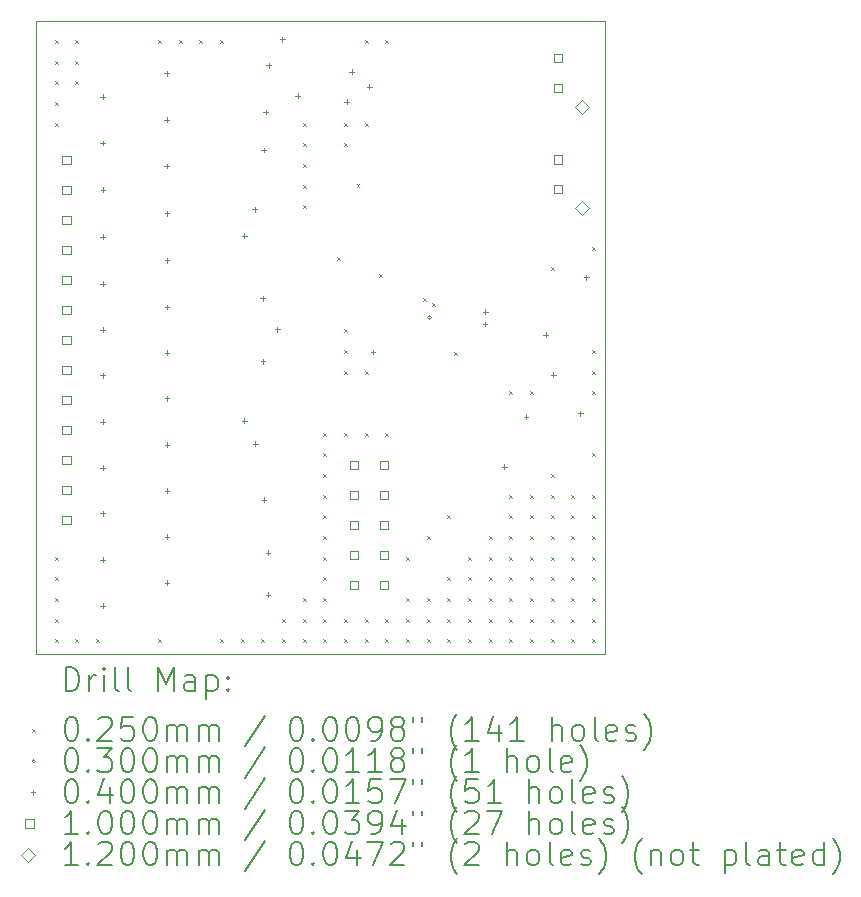
<source format=gbr>
%TF.GenerationSoftware,KiCad,Pcbnew,(6.0.11)*%
%TF.CreationDate,2023-07-31T18:42:22+10:00*%
%TF.ProjectId,LVBMS_A_Sample_R2,4c56424d-535f-4415-9f53-616d706c655f,1*%
%TF.SameCoordinates,Original*%
%TF.FileFunction,Drillmap*%
%TF.FilePolarity,Positive*%
%FSLAX45Y45*%
G04 Gerber Fmt 4.5, Leading zero omitted, Abs format (unit mm)*
G04 Created by KiCad (PCBNEW (6.0.11)) date 2023-07-31 18:42:22*
%MOMM*%
%LPD*%
G01*
G04 APERTURE LIST*
%ADD10C,0.100000*%
%ADD11C,0.200000*%
%ADD12C,0.025000*%
%ADD13C,0.030000*%
%ADD14C,0.040000*%
%ADD15C,0.120000*%
G04 APERTURE END LIST*
D10*
X12512040Y-11861800D02*
X17332960Y-11861800D01*
X17332960Y-11861800D02*
X17332960Y-6507480D01*
X17332960Y-6507480D02*
X12512040Y-6507480D01*
X12512040Y-6507480D02*
X12512040Y-11861800D01*
D11*
D12*
X12669540Y-6664980D02*
X12694540Y-6689980D01*
X12694540Y-6664980D02*
X12669540Y-6689980D01*
X12669540Y-6839980D02*
X12694540Y-6864980D01*
X12694540Y-6839980D02*
X12669540Y-6864980D01*
X12669540Y-7014980D02*
X12694540Y-7039980D01*
X12694540Y-7014980D02*
X12669540Y-7039980D01*
X12669540Y-7189980D02*
X12694540Y-7214980D01*
X12694540Y-7189980D02*
X12669540Y-7214980D01*
X12669540Y-7364980D02*
X12694540Y-7389980D01*
X12694540Y-7364980D02*
X12669540Y-7389980D01*
X12669540Y-11039980D02*
X12694540Y-11064980D01*
X12694540Y-11039980D02*
X12669540Y-11064980D01*
X12669540Y-11214980D02*
X12694540Y-11239980D01*
X12694540Y-11214980D02*
X12669540Y-11239980D01*
X12669540Y-11389980D02*
X12694540Y-11414980D01*
X12694540Y-11389980D02*
X12669540Y-11414980D01*
X12669540Y-11564980D02*
X12694540Y-11589980D01*
X12694540Y-11564980D02*
X12669540Y-11589980D01*
X12669540Y-11739980D02*
X12694540Y-11764980D01*
X12694540Y-11739980D02*
X12669540Y-11764980D01*
X12844540Y-6664980D02*
X12869540Y-6689980D01*
X12869540Y-6664980D02*
X12844540Y-6689980D01*
X12844540Y-6839980D02*
X12869540Y-6864980D01*
X12869540Y-6839980D02*
X12844540Y-6864980D01*
X12844540Y-7014980D02*
X12869540Y-7039980D01*
X12869540Y-7014980D02*
X12844540Y-7039980D01*
X12844540Y-11739980D02*
X12869540Y-11764980D01*
X12869540Y-11739980D02*
X12844540Y-11764980D01*
X13019540Y-11739980D02*
X13044540Y-11764980D01*
X13044540Y-11739980D02*
X13019540Y-11764980D01*
X13544540Y-6664980D02*
X13569540Y-6689980D01*
X13569540Y-6664980D02*
X13544540Y-6689980D01*
X13544540Y-11739980D02*
X13569540Y-11764980D01*
X13569540Y-11739980D02*
X13544540Y-11764980D01*
X13719540Y-6664980D02*
X13744540Y-6689980D01*
X13744540Y-6664980D02*
X13719540Y-6689980D01*
X13894540Y-6664980D02*
X13919540Y-6689980D01*
X13919540Y-6664980D02*
X13894540Y-6689980D01*
X14069540Y-6664980D02*
X14094540Y-6689980D01*
X14094540Y-6664980D02*
X14069540Y-6689980D01*
X14069540Y-11739980D02*
X14094540Y-11764980D01*
X14094540Y-11739980D02*
X14069540Y-11764980D01*
X14244540Y-11739980D02*
X14269540Y-11764980D01*
X14269540Y-11739980D02*
X14244540Y-11764980D01*
X14419540Y-11739980D02*
X14444540Y-11764980D01*
X14444540Y-11739980D02*
X14419540Y-11764980D01*
X14594540Y-11564980D02*
X14619540Y-11589980D01*
X14619540Y-11564980D02*
X14594540Y-11589980D01*
X14594540Y-11739980D02*
X14619540Y-11764980D01*
X14619540Y-11739980D02*
X14594540Y-11764980D01*
X14769540Y-7364980D02*
X14794540Y-7389980D01*
X14794540Y-7364980D02*
X14769540Y-7389980D01*
X14769540Y-7539980D02*
X14794540Y-7564980D01*
X14794540Y-7539980D02*
X14769540Y-7564980D01*
X14769540Y-7714980D02*
X14794540Y-7739980D01*
X14794540Y-7714980D02*
X14769540Y-7739980D01*
X14769540Y-7889980D02*
X14794540Y-7914980D01*
X14794540Y-7889980D02*
X14769540Y-7914980D01*
X14769540Y-8064980D02*
X14794540Y-8089980D01*
X14794540Y-8064980D02*
X14769540Y-8089980D01*
X14769540Y-11389980D02*
X14794540Y-11414980D01*
X14794540Y-11389980D02*
X14769540Y-11414980D01*
X14769540Y-11564980D02*
X14794540Y-11589980D01*
X14794540Y-11564980D02*
X14769540Y-11589980D01*
X14769540Y-11739980D02*
X14794540Y-11764980D01*
X14794540Y-11739980D02*
X14769540Y-11764980D01*
X14944540Y-9989980D02*
X14969540Y-10014980D01*
X14969540Y-9989980D02*
X14944540Y-10014980D01*
X14944540Y-10164980D02*
X14969540Y-10189980D01*
X14969540Y-10164980D02*
X14944540Y-10189980D01*
X14944540Y-10339980D02*
X14969540Y-10364980D01*
X14969540Y-10339980D02*
X14944540Y-10364980D01*
X14944540Y-10514980D02*
X14969540Y-10539980D01*
X14969540Y-10514980D02*
X14944540Y-10539980D01*
X14944540Y-10689980D02*
X14969540Y-10714980D01*
X14969540Y-10689980D02*
X14944540Y-10714980D01*
X14944540Y-10864980D02*
X14969540Y-10889980D01*
X14969540Y-10864980D02*
X14944540Y-10889980D01*
X14944540Y-11039980D02*
X14969540Y-11064980D01*
X14969540Y-11039980D02*
X14944540Y-11064980D01*
X14944540Y-11214980D02*
X14969540Y-11239980D01*
X14969540Y-11214980D02*
X14944540Y-11239980D01*
X14944540Y-11389980D02*
X14969540Y-11414980D01*
X14969540Y-11389980D02*
X14944540Y-11414980D01*
X14944540Y-11564980D02*
X14969540Y-11589980D01*
X14969540Y-11564980D02*
X14944540Y-11589980D01*
X14944540Y-11739980D02*
X14969540Y-11764980D01*
X14969540Y-11739980D02*
X14944540Y-11764980D01*
X15063460Y-8503060D02*
X15088460Y-8528060D01*
X15088460Y-8503060D02*
X15063460Y-8528060D01*
X15119540Y-7364980D02*
X15144540Y-7389980D01*
X15144540Y-7364980D02*
X15119540Y-7389980D01*
X15119540Y-7539980D02*
X15144540Y-7564980D01*
X15144540Y-7539980D02*
X15119540Y-7564980D01*
X15119540Y-9114980D02*
X15144540Y-9139980D01*
X15144540Y-9114980D02*
X15119540Y-9139980D01*
X15119540Y-9289980D02*
X15144540Y-9314980D01*
X15144540Y-9289980D02*
X15119540Y-9314980D01*
X15119540Y-9464980D02*
X15144540Y-9489980D01*
X15144540Y-9464980D02*
X15119540Y-9489980D01*
X15119540Y-9989980D02*
X15144540Y-10014980D01*
X15144540Y-9989980D02*
X15119540Y-10014980D01*
X15119540Y-11564980D02*
X15144540Y-11589980D01*
X15144540Y-11564980D02*
X15119540Y-11589980D01*
X15119540Y-11739980D02*
X15144540Y-11764980D01*
X15144540Y-11739980D02*
X15119540Y-11764980D01*
X15225958Y-7886696D02*
X15250958Y-7911696D01*
X15250958Y-7886696D02*
X15225958Y-7911696D01*
X15294540Y-6664980D02*
X15319540Y-6689980D01*
X15319540Y-6664980D02*
X15294540Y-6689980D01*
X15294540Y-7364980D02*
X15319540Y-7389980D01*
X15319540Y-7364980D02*
X15294540Y-7389980D01*
X15294540Y-9464980D02*
X15319540Y-9489980D01*
X15319540Y-9464980D02*
X15294540Y-9489980D01*
X15294540Y-9989980D02*
X15319540Y-10014980D01*
X15319540Y-9989980D02*
X15294540Y-10014980D01*
X15294540Y-11564980D02*
X15319540Y-11589980D01*
X15319540Y-11564980D02*
X15294540Y-11589980D01*
X15294540Y-11739980D02*
X15319540Y-11764980D01*
X15319540Y-11739980D02*
X15294540Y-11764980D01*
X15418000Y-8648900D02*
X15443000Y-8673900D01*
X15443000Y-8648900D02*
X15418000Y-8673900D01*
X15469540Y-6664980D02*
X15494540Y-6689980D01*
X15494540Y-6664980D02*
X15469540Y-6689980D01*
X15469540Y-9989980D02*
X15494540Y-10014980D01*
X15494540Y-9989980D02*
X15469540Y-10014980D01*
X15469540Y-11564980D02*
X15494540Y-11589980D01*
X15494540Y-11564980D02*
X15469540Y-11589980D01*
X15469540Y-11739980D02*
X15494540Y-11764980D01*
X15494540Y-11739980D02*
X15469540Y-11764980D01*
X15644540Y-11039980D02*
X15669540Y-11064980D01*
X15669540Y-11039980D02*
X15644540Y-11064980D01*
X15644540Y-11389980D02*
X15669540Y-11414980D01*
X15669540Y-11389980D02*
X15644540Y-11414980D01*
X15644540Y-11564980D02*
X15669540Y-11589980D01*
X15669540Y-11564980D02*
X15644540Y-11589980D01*
X15644540Y-11739980D02*
X15669540Y-11764980D01*
X15669540Y-11739980D02*
X15644540Y-11764980D01*
X15788840Y-8849560D02*
X15813840Y-8874560D01*
X15813840Y-8849560D02*
X15788840Y-8874560D01*
X15819540Y-10864980D02*
X15844540Y-10889980D01*
X15844540Y-10864980D02*
X15819540Y-10889980D01*
X15819540Y-11389980D02*
X15844540Y-11414980D01*
X15844540Y-11389980D02*
X15819540Y-11414980D01*
X15819540Y-11564980D02*
X15844540Y-11589980D01*
X15844540Y-11564980D02*
X15819540Y-11589980D01*
X15819540Y-11739980D02*
X15844540Y-11764980D01*
X15844540Y-11739980D02*
X15819540Y-11764980D01*
X15862500Y-8895280D02*
X15887500Y-8920280D01*
X15887500Y-8895280D02*
X15862500Y-8920280D01*
X15994540Y-10689980D02*
X16019540Y-10714980D01*
X16019540Y-10689980D02*
X15994540Y-10714980D01*
X15994540Y-11214980D02*
X16019540Y-11239980D01*
X16019540Y-11214980D02*
X15994540Y-11239980D01*
X15994540Y-11389980D02*
X16019540Y-11414980D01*
X16019540Y-11389980D02*
X15994540Y-11414980D01*
X15994540Y-11564980D02*
X16019540Y-11589980D01*
X16019540Y-11564980D02*
X15994540Y-11589980D01*
X15994540Y-11739980D02*
X16019540Y-11764980D01*
X16019540Y-11739980D02*
X15994540Y-11764980D01*
X16050460Y-9309300D02*
X16075460Y-9334300D01*
X16075460Y-9309300D02*
X16050460Y-9334300D01*
X16169540Y-11039980D02*
X16194540Y-11064980D01*
X16194540Y-11039980D02*
X16169540Y-11064980D01*
X16169540Y-11214980D02*
X16194540Y-11239980D01*
X16194540Y-11214980D02*
X16169540Y-11239980D01*
X16169540Y-11389980D02*
X16194540Y-11414980D01*
X16194540Y-11389980D02*
X16169540Y-11414980D01*
X16169540Y-11564980D02*
X16194540Y-11589980D01*
X16194540Y-11564980D02*
X16169540Y-11589980D01*
X16169540Y-11739980D02*
X16194540Y-11764980D01*
X16194540Y-11739980D02*
X16169540Y-11764980D01*
X16344540Y-10864980D02*
X16369540Y-10889980D01*
X16369540Y-10864980D02*
X16344540Y-10889980D01*
X16344540Y-11039980D02*
X16369540Y-11064980D01*
X16369540Y-11039980D02*
X16344540Y-11064980D01*
X16344540Y-11214980D02*
X16369540Y-11239980D01*
X16369540Y-11214980D02*
X16344540Y-11239980D01*
X16344540Y-11389980D02*
X16369540Y-11414980D01*
X16369540Y-11389980D02*
X16344540Y-11414980D01*
X16344540Y-11564980D02*
X16369540Y-11589980D01*
X16369540Y-11564980D02*
X16344540Y-11589980D01*
X16344540Y-11739980D02*
X16369540Y-11764980D01*
X16369540Y-11739980D02*
X16344540Y-11764980D01*
X16519540Y-9639980D02*
X16544540Y-9664980D01*
X16544540Y-9639980D02*
X16519540Y-9664980D01*
X16519540Y-10514980D02*
X16544540Y-10539980D01*
X16544540Y-10514980D02*
X16519540Y-10539980D01*
X16519540Y-10689980D02*
X16544540Y-10714980D01*
X16544540Y-10689980D02*
X16519540Y-10714980D01*
X16519540Y-10864980D02*
X16544540Y-10889980D01*
X16544540Y-10864980D02*
X16519540Y-10889980D01*
X16519540Y-11039980D02*
X16544540Y-11064980D01*
X16544540Y-11039980D02*
X16519540Y-11064980D01*
X16519540Y-11214980D02*
X16544540Y-11239980D01*
X16544540Y-11214980D02*
X16519540Y-11239980D01*
X16519540Y-11389980D02*
X16544540Y-11414980D01*
X16544540Y-11389980D02*
X16519540Y-11414980D01*
X16519540Y-11564980D02*
X16544540Y-11589980D01*
X16544540Y-11564980D02*
X16519540Y-11589980D01*
X16519540Y-11739980D02*
X16544540Y-11764980D01*
X16544540Y-11739980D02*
X16519540Y-11764980D01*
X16694540Y-9639980D02*
X16719540Y-9664980D01*
X16719540Y-9639980D02*
X16694540Y-9664980D01*
X16694540Y-10514980D02*
X16719540Y-10539980D01*
X16719540Y-10514980D02*
X16694540Y-10539980D01*
X16694540Y-10689980D02*
X16719540Y-10714980D01*
X16719540Y-10689980D02*
X16694540Y-10714980D01*
X16694540Y-10864980D02*
X16719540Y-10889980D01*
X16719540Y-10864980D02*
X16694540Y-10889980D01*
X16694540Y-11039980D02*
X16719540Y-11064980D01*
X16719540Y-11039980D02*
X16694540Y-11064980D01*
X16694540Y-11214980D02*
X16719540Y-11239980D01*
X16719540Y-11214980D02*
X16694540Y-11239980D01*
X16694540Y-11389980D02*
X16719540Y-11414980D01*
X16719540Y-11389980D02*
X16694540Y-11414980D01*
X16694540Y-11564980D02*
X16719540Y-11589980D01*
X16719540Y-11564980D02*
X16694540Y-11589980D01*
X16694540Y-11739980D02*
X16719540Y-11764980D01*
X16719540Y-11739980D02*
X16694540Y-11764980D01*
X16869540Y-8589980D02*
X16894540Y-8614980D01*
X16894540Y-8589980D02*
X16869540Y-8614980D01*
X16869540Y-10339980D02*
X16894540Y-10364980D01*
X16894540Y-10339980D02*
X16869540Y-10364980D01*
X16869540Y-10514980D02*
X16894540Y-10539980D01*
X16894540Y-10514980D02*
X16869540Y-10539980D01*
X16869540Y-10689980D02*
X16894540Y-10714980D01*
X16894540Y-10689980D02*
X16869540Y-10714980D01*
X16869540Y-10864980D02*
X16894540Y-10889980D01*
X16894540Y-10864980D02*
X16869540Y-10889980D01*
X16869540Y-11039980D02*
X16894540Y-11064980D01*
X16894540Y-11039980D02*
X16869540Y-11064980D01*
X16869540Y-11214980D02*
X16894540Y-11239980D01*
X16894540Y-11214980D02*
X16869540Y-11239980D01*
X16869540Y-11389980D02*
X16894540Y-11414980D01*
X16894540Y-11389980D02*
X16869540Y-11414980D01*
X16869540Y-11564980D02*
X16894540Y-11589980D01*
X16894540Y-11564980D02*
X16869540Y-11589980D01*
X16869540Y-11739980D02*
X16894540Y-11764980D01*
X16894540Y-11739980D02*
X16869540Y-11764980D01*
X17044540Y-10514980D02*
X17069540Y-10539980D01*
X17069540Y-10514980D02*
X17044540Y-10539980D01*
X17044540Y-10689980D02*
X17069540Y-10714980D01*
X17069540Y-10689980D02*
X17044540Y-10714980D01*
X17044540Y-10864980D02*
X17069540Y-10889980D01*
X17069540Y-10864980D02*
X17044540Y-10889980D01*
X17044540Y-11039980D02*
X17069540Y-11064980D01*
X17069540Y-11039980D02*
X17044540Y-11064980D01*
X17044540Y-11214980D02*
X17069540Y-11239980D01*
X17069540Y-11214980D02*
X17044540Y-11239980D01*
X17044540Y-11389980D02*
X17069540Y-11414980D01*
X17069540Y-11389980D02*
X17044540Y-11414980D01*
X17044540Y-11564980D02*
X17069540Y-11589980D01*
X17069540Y-11564980D02*
X17044540Y-11589980D01*
X17044540Y-11739980D02*
X17069540Y-11764980D01*
X17069540Y-11739980D02*
X17044540Y-11764980D01*
X17219540Y-8414980D02*
X17244540Y-8439980D01*
X17244540Y-8414980D02*
X17219540Y-8439980D01*
X17219540Y-9289980D02*
X17244540Y-9314980D01*
X17244540Y-9289980D02*
X17219540Y-9314980D01*
X17219540Y-9464980D02*
X17244540Y-9489980D01*
X17244540Y-9464980D02*
X17219540Y-9489980D01*
X17219540Y-9639980D02*
X17244540Y-9664980D01*
X17244540Y-9639980D02*
X17219540Y-9664980D01*
X17219540Y-10164980D02*
X17244540Y-10189980D01*
X17244540Y-10164980D02*
X17219540Y-10189980D01*
X17219540Y-10514980D02*
X17244540Y-10539980D01*
X17244540Y-10514980D02*
X17219540Y-10539980D01*
X17219540Y-10689980D02*
X17244540Y-10714980D01*
X17244540Y-10689980D02*
X17219540Y-10714980D01*
X17219540Y-10864980D02*
X17244540Y-10889980D01*
X17244540Y-10864980D02*
X17219540Y-10889980D01*
X17219540Y-11039980D02*
X17244540Y-11064980D01*
X17244540Y-11039980D02*
X17219540Y-11064980D01*
X17219540Y-11214980D02*
X17244540Y-11239980D01*
X17244540Y-11214980D02*
X17219540Y-11239980D01*
X17219540Y-11389980D02*
X17244540Y-11414980D01*
X17244540Y-11389980D02*
X17219540Y-11414980D01*
X17219540Y-11564980D02*
X17244540Y-11589980D01*
X17244540Y-11564980D02*
X17219540Y-11589980D01*
X17219540Y-11739980D02*
X17244540Y-11764980D01*
X17244540Y-11739980D02*
X17219540Y-11764980D01*
D13*
X15859520Y-9014460D02*
G75*
G03*
X15859520Y-9014460I-15000J0D01*
G01*
D14*
X13075920Y-7125020D02*
X13075920Y-7165020D01*
X13055920Y-7145020D02*
X13095920Y-7145020D01*
X13075920Y-8308660D02*
X13075920Y-8348660D01*
X13055920Y-8328660D02*
X13095920Y-8328660D01*
X13075920Y-8707440D02*
X13075920Y-8747440D01*
X13055920Y-8727440D02*
X13095920Y-8727440D01*
X13075920Y-9098600D02*
X13075920Y-9138600D01*
X13055920Y-9118600D02*
X13095920Y-9118600D01*
X13075950Y-9484680D02*
X13075950Y-9524680D01*
X13055950Y-9504680D02*
X13095950Y-9504680D01*
X13075950Y-9875840D02*
X13075950Y-9915840D01*
X13055950Y-9895840D02*
X13095950Y-9895840D01*
X13075950Y-10267000D02*
X13075950Y-10307000D01*
X13055950Y-10287000D02*
X13095950Y-10287000D01*
X13075950Y-10653080D02*
X13075950Y-10693080D01*
X13055950Y-10673080D02*
X13095950Y-10673080D01*
X13075950Y-11044240D02*
X13075950Y-11084240D01*
X13055950Y-11064240D02*
X13095950Y-11064240D01*
X13075950Y-11432860D02*
X13075950Y-11472860D01*
X13055950Y-11452860D02*
X13095950Y-11452860D01*
X13075980Y-7516180D02*
X13075980Y-7556180D01*
X13055980Y-7536180D02*
X13095980Y-7536180D01*
X13078460Y-7912420D02*
X13078460Y-7952420D01*
X13058460Y-7932420D02*
X13098460Y-7932420D01*
X13619480Y-6925880D02*
X13619480Y-6965880D01*
X13599480Y-6945880D02*
X13639480Y-6945880D01*
X13619480Y-7320600D02*
X13619480Y-7360600D01*
X13599480Y-7340600D02*
X13639480Y-7340600D01*
X13619660Y-7711760D02*
X13619660Y-7751760D01*
X13599660Y-7731760D02*
X13639660Y-7731760D01*
X13620180Y-8905560D02*
X13620180Y-8945560D01*
X13600180Y-8925560D02*
X13640180Y-8925560D01*
X13620180Y-9291640D02*
X13620180Y-9331640D01*
X13600180Y-9311640D02*
X13640180Y-9311640D01*
X13620180Y-9677720D02*
X13620180Y-9717720D01*
X13600180Y-9697720D02*
X13640180Y-9697720D01*
X13620180Y-10071420D02*
X13620180Y-10111420D01*
X13600180Y-10091420D02*
X13640180Y-10091420D01*
X13620180Y-10460040D02*
X13620180Y-10500040D01*
X13600180Y-10480040D02*
X13640180Y-10480040D01*
X13620180Y-10848660D02*
X13620180Y-10888660D01*
X13600180Y-10868660D02*
X13640180Y-10868660D01*
X13620180Y-11239820D02*
X13620180Y-11279820D01*
X13600180Y-11259820D02*
X13640180Y-11259820D01*
X13621060Y-8110540D02*
X13621060Y-8150540D01*
X13601060Y-8130540D02*
X13641060Y-8130540D01*
X13622020Y-8509320D02*
X13622020Y-8549320D01*
X13602020Y-8529320D02*
X13642020Y-8529320D01*
X14274800Y-8300540D02*
X14274800Y-8340540D01*
X14254800Y-8320540D02*
X14294800Y-8320540D01*
X14274800Y-9867720D02*
X14274800Y-9907720D01*
X14254800Y-9887720D02*
X14294800Y-9887720D01*
X14362710Y-8079000D02*
X14362710Y-8119000D01*
X14342710Y-8099000D02*
X14382710Y-8099000D01*
X14369270Y-10063800D02*
X14369270Y-10103800D01*
X14349270Y-10083800D02*
X14389270Y-10083800D01*
X14432280Y-8833110D02*
X14432280Y-8873110D01*
X14412280Y-8853110D02*
X14452280Y-8853110D01*
X14434530Y-9365010D02*
X14434530Y-9405010D01*
X14414530Y-9385010D02*
X14454530Y-9385010D01*
X14441170Y-7575870D02*
X14441170Y-7615870D01*
X14421170Y-7595870D02*
X14461170Y-7595870D01*
X14442440Y-10536240D02*
X14442440Y-10576240D01*
X14422440Y-10556240D02*
X14462440Y-10556240D01*
X14457680Y-7254560D02*
X14457680Y-7294560D01*
X14437680Y-7274560D02*
X14477680Y-7274560D01*
X14476300Y-10985820D02*
X14476300Y-11025820D01*
X14456300Y-11005820D02*
X14496300Y-11005820D01*
X14476300Y-11342260D02*
X14476300Y-11382260D01*
X14456300Y-11362260D02*
X14496300Y-11362260D01*
X14483080Y-6858320D02*
X14483080Y-6898320D01*
X14463080Y-6878320D02*
X14503080Y-6878320D01*
X14554200Y-9095560D02*
X14554200Y-9135560D01*
X14534200Y-9115560D02*
X14574200Y-9115560D01*
X14597110Y-6637610D02*
X14597110Y-6677610D01*
X14577110Y-6657610D02*
X14617110Y-6657610D01*
X14726920Y-7117400D02*
X14726920Y-7157400D01*
X14706920Y-7137400D02*
X14746920Y-7137400D01*
X15143480Y-7165660D02*
X15143480Y-7205660D01*
X15123480Y-7185660D02*
X15163480Y-7185660D01*
X15184120Y-6911660D02*
X15184120Y-6951660D01*
X15164120Y-6931660D02*
X15204120Y-6931660D01*
X15333980Y-7038660D02*
X15333980Y-7078660D01*
X15313980Y-7058660D02*
X15353980Y-7058660D01*
X15364460Y-9286560D02*
X15364460Y-9326560D01*
X15344460Y-9306560D02*
X15384460Y-9306560D01*
X16314100Y-9050020D02*
X16314100Y-9090020D01*
X16294100Y-9070020D02*
X16334100Y-9070020D01*
X16316550Y-8945692D02*
X16316550Y-8985692D01*
X16296550Y-8965692D02*
X16336550Y-8965692D01*
X16476980Y-10257540D02*
X16476980Y-10297540D01*
X16456980Y-10277540D02*
X16496980Y-10277540D01*
X16661000Y-9835200D02*
X16661000Y-9875200D01*
X16641000Y-9855200D02*
X16681000Y-9855200D01*
X16827500Y-9140540D02*
X16827500Y-9180540D01*
X16807500Y-9160540D02*
X16847500Y-9160540D01*
X16891000Y-9477060D02*
X16891000Y-9517060D01*
X16871000Y-9497060D02*
X16911000Y-9497060D01*
X17119600Y-9804720D02*
X17119600Y-9844720D01*
X17099600Y-9824720D02*
X17139600Y-9824720D01*
X17172970Y-8654130D02*
X17172970Y-8694130D01*
X17152970Y-8674130D02*
X17192970Y-8674130D01*
D10*
X12806476Y-7716316D02*
X12806476Y-7645604D01*
X12735764Y-7645604D01*
X12735764Y-7716316D01*
X12806476Y-7716316D01*
X12806476Y-7970316D02*
X12806476Y-7899604D01*
X12735764Y-7899604D01*
X12735764Y-7970316D01*
X12806476Y-7970316D01*
X12806476Y-8224316D02*
X12806476Y-8153604D01*
X12735764Y-8153604D01*
X12735764Y-8224316D01*
X12806476Y-8224316D01*
X12806476Y-8478316D02*
X12806476Y-8407604D01*
X12735764Y-8407604D01*
X12735764Y-8478316D01*
X12806476Y-8478316D01*
X12806476Y-8732316D02*
X12806476Y-8661604D01*
X12735764Y-8661604D01*
X12735764Y-8732316D01*
X12806476Y-8732316D01*
X12806476Y-8986316D02*
X12806476Y-8915604D01*
X12735764Y-8915604D01*
X12735764Y-8986316D01*
X12806476Y-8986316D01*
X12806476Y-9240316D02*
X12806476Y-9169604D01*
X12735764Y-9169604D01*
X12735764Y-9240316D01*
X12806476Y-9240316D01*
X12806476Y-9494316D02*
X12806476Y-9423604D01*
X12735764Y-9423604D01*
X12735764Y-9494316D01*
X12806476Y-9494316D01*
X12806476Y-9748316D02*
X12806476Y-9677604D01*
X12735764Y-9677604D01*
X12735764Y-9748316D01*
X12806476Y-9748316D01*
X12806476Y-10002316D02*
X12806476Y-9931604D01*
X12735764Y-9931604D01*
X12735764Y-10002316D01*
X12806476Y-10002316D01*
X12806476Y-10256316D02*
X12806476Y-10185604D01*
X12735764Y-10185604D01*
X12735764Y-10256316D01*
X12806476Y-10256316D01*
X12806476Y-10510316D02*
X12806476Y-10439604D01*
X12735764Y-10439604D01*
X12735764Y-10510316D01*
X12806476Y-10510316D01*
X12806476Y-10764316D02*
X12806476Y-10693604D01*
X12735764Y-10693604D01*
X12735764Y-10764316D01*
X12806476Y-10764316D01*
X15239256Y-10297416D02*
X15239256Y-10226704D01*
X15168544Y-10226704D01*
X15168544Y-10297416D01*
X15239256Y-10297416D01*
X15239256Y-10551416D02*
X15239256Y-10480704D01*
X15168544Y-10480704D01*
X15168544Y-10551416D01*
X15239256Y-10551416D01*
X15239256Y-10805416D02*
X15239256Y-10734704D01*
X15168544Y-10734704D01*
X15168544Y-10805416D01*
X15239256Y-10805416D01*
X15239256Y-11059416D02*
X15239256Y-10988704D01*
X15168544Y-10988704D01*
X15168544Y-11059416D01*
X15239256Y-11059416D01*
X15239256Y-11313416D02*
X15239256Y-11242704D01*
X15168544Y-11242704D01*
X15168544Y-11313416D01*
X15239256Y-11313416D01*
X15493256Y-10297416D02*
X15493256Y-10226704D01*
X15422544Y-10226704D01*
X15422544Y-10297416D01*
X15493256Y-10297416D01*
X15493256Y-10551416D02*
X15493256Y-10480704D01*
X15422544Y-10480704D01*
X15422544Y-10551416D01*
X15493256Y-10551416D01*
X15493256Y-10805416D02*
X15493256Y-10734704D01*
X15422544Y-10734704D01*
X15422544Y-10805416D01*
X15493256Y-10805416D01*
X15493256Y-11059416D02*
X15493256Y-10988704D01*
X15422544Y-10988704D01*
X15422544Y-11059416D01*
X15493256Y-11059416D01*
X15493256Y-11313416D02*
X15493256Y-11242704D01*
X15422544Y-11242704D01*
X15422544Y-11313416D01*
X15493256Y-11313416D01*
X16966996Y-6854176D02*
X16966996Y-6783464D01*
X16896284Y-6783464D01*
X16896284Y-6854176D01*
X16966996Y-6854176D01*
X16966996Y-7104176D02*
X16966996Y-7033464D01*
X16896284Y-7033464D01*
X16896284Y-7104176D01*
X16966996Y-7104176D01*
X16966996Y-7710156D02*
X16966996Y-7639444D01*
X16896284Y-7639444D01*
X16896284Y-7710156D01*
X16966996Y-7710156D01*
X16966996Y-7960156D02*
X16966996Y-7889444D01*
X16896284Y-7889444D01*
X16896284Y-7960156D01*
X16966996Y-7960156D01*
D15*
X17131640Y-7288820D02*
X17191640Y-7228820D01*
X17131640Y-7168820D01*
X17071640Y-7228820D01*
X17131640Y-7288820D01*
X17131640Y-8144800D02*
X17191640Y-8084800D01*
X17131640Y-8024800D01*
X17071640Y-8084800D01*
X17131640Y-8144800D01*
D11*
X12764659Y-12177276D02*
X12764659Y-11977276D01*
X12812278Y-11977276D01*
X12840849Y-11986800D01*
X12859897Y-12005848D01*
X12869421Y-12024895D01*
X12878945Y-12062990D01*
X12878945Y-12091562D01*
X12869421Y-12129657D01*
X12859897Y-12148705D01*
X12840849Y-12167752D01*
X12812278Y-12177276D01*
X12764659Y-12177276D01*
X12964659Y-12177276D02*
X12964659Y-12043943D01*
X12964659Y-12082038D02*
X12974183Y-12062990D01*
X12983707Y-12053467D01*
X13002754Y-12043943D01*
X13021802Y-12043943D01*
X13088468Y-12177276D02*
X13088468Y-12043943D01*
X13088468Y-11977276D02*
X13078945Y-11986800D01*
X13088468Y-11996324D01*
X13097992Y-11986800D01*
X13088468Y-11977276D01*
X13088468Y-11996324D01*
X13212278Y-12177276D02*
X13193230Y-12167752D01*
X13183707Y-12148705D01*
X13183707Y-11977276D01*
X13317040Y-12177276D02*
X13297992Y-12167752D01*
X13288468Y-12148705D01*
X13288468Y-11977276D01*
X13545611Y-12177276D02*
X13545611Y-11977276D01*
X13612278Y-12120133D01*
X13678945Y-11977276D01*
X13678945Y-12177276D01*
X13859897Y-12177276D02*
X13859897Y-12072514D01*
X13850373Y-12053467D01*
X13831326Y-12043943D01*
X13793230Y-12043943D01*
X13774183Y-12053467D01*
X13859897Y-12167752D02*
X13840849Y-12177276D01*
X13793230Y-12177276D01*
X13774183Y-12167752D01*
X13764659Y-12148705D01*
X13764659Y-12129657D01*
X13774183Y-12110609D01*
X13793230Y-12101086D01*
X13840849Y-12101086D01*
X13859897Y-12091562D01*
X13955135Y-12043943D02*
X13955135Y-12243943D01*
X13955135Y-12053467D02*
X13974183Y-12043943D01*
X14012278Y-12043943D01*
X14031326Y-12053467D01*
X14040849Y-12062990D01*
X14050373Y-12082038D01*
X14050373Y-12139181D01*
X14040849Y-12158228D01*
X14031326Y-12167752D01*
X14012278Y-12177276D01*
X13974183Y-12177276D01*
X13955135Y-12167752D01*
X14136088Y-12158228D02*
X14145611Y-12167752D01*
X14136088Y-12177276D01*
X14126564Y-12167752D01*
X14136088Y-12158228D01*
X14136088Y-12177276D01*
X14136088Y-12053467D02*
X14145611Y-12062990D01*
X14136088Y-12072514D01*
X14126564Y-12062990D01*
X14136088Y-12053467D01*
X14136088Y-12072514D01*
D12*
X12482040Y-12494300D02*
X12507040Y-12519300D01*
X12507040Y-12494300D02*
X12482040Y-12519300D01*
D11*
X12802754Y-12397276D02*
X12821802Y-12397276D01*
X12840849Y-12406800D01*
X12850373Y-12416324D01*
X12859897Y-12435371D01*
X12869421Y-12473467D01*
X12869421Y-12521086D01*
X12859897Y-12559181D01*
X12850373Y-12578228D01*
X12840849Y-12587752D01*
X12821802Y-12597276D01*
X12802754Y-12597276D01*
X12783707Y-12587752D01*
X12774183Y-12578228D01*
X12764659Y-12559181D01*
X12755135Y-12521086D01*
X12755135Y-12473467D01*
X12764659Y-12435371D01*
X12774183Y-12416324D01*
X12783707Y-12406800D01*
X12802754Y-12397276D01*
X12955135Y-12578228D02*
X12964659Y-12587752D01*
X12955135Y-12597276D01*
X12945611Y-12587752D01*
X12955135Y-12578228D01*
X12955135Y-12597276D01*
X13040849Y-12416324D02*
X13050373Y-12406800D01*
X13069421Y-12397276D01*
X13117040Y-12397276D01*
X13136088Y-12406800D01*
X13145611Y-12416324D01*
X13155135Y-12435371D01*
X13155135Y-12454419D01*
X13145611Y-12482990D01*
X13031326Y-12597276D01*
X13155135Y-12597276D01*
X13336088Y-12397276D02*
X13240849Y-12397276D01*
X13231326Y-12492514D01*
X13240849Y-12482990D01*
X13259897Y-12473467D01*
X13307516Y-12473467D01*
X13326564Y-12482990D01*
X13336088Y-12492514D01*
X13345611Y-12511562D01*
X13345611Y-12559181D01*
X13336088Y-12578228D01*
X13326564Y-12587752D01*
X13307516Y-12597276D01*
X13259897Y-12597276D01*
X13240849Y-12587752D01*
X13231326Y-12578228D01*
X13469421Y-12397276D02*
X13488468Y-12397276D01*
X13507516Y-12406800D01*
X13517040Y-12416324D01*
X13526564Y-12435371D01*
X13536088Y-12473467D01*
X13536088Y-12521086D01*
X13526564Y-12559181D01*
X13517040Y-12578228D01*
X13507516Y-12587752D01*
X13488468Y-12597276D01*
X13469421Y-12597276D01*
X13450373Y-12587752D01*
X13440849Y-12578228D01*
X13431326Y-12559181D01*
X13421802Y-12521086D01*
X13421802Y-12473467D01*
X13431326Y-12435371D01*
X13440849Y-12416324D01*
X13450373Y-12406800D01*
X13469421Y-12397276D01*
X13621802Y-12597276D02*
X13621802Y-12463943D01*
X13621802Y-12482990D02*
X13631326Y-12473467D01*
X13650373Y-12463943D01*
X13678945Y-12463943D01*
X13697992Y-12473467D01*
X13707516Y-12492514D01*
X13707516Y-12597276D01*
X13707516Y-12492514D02*
X13717040Y-12473467D01*
X13736088Y-12463943D01*
X13764659Y-12463943D01*
X13783707Y-12473467D01*
X13793230Y-12492514D01*
X13793230Y-12597276D01*
X13888468Y-12597276D02*
X13888468Y-12463943D01*
X13888468Y-12482990D02*
X13897992Y-12473467D01*
X13917040Y-12463943D01*
X13945611Y-12463943D01*
X13964659Y-12473467D01*
X13974183Y-12492514D01*
X13974183Y-12597276D01*
X13974183Y-12492514D02*
X13983707Y-12473467D01*
X14002754Y-12463943D01*
X14031326Y-12463943D01*
X14050373Y-12473467D01*
X14059897Y-12492514D01*
X14059897Y-12597276D01*
X14450373Y-12387752D02*
X14278945Y-12644895D01*
X14707516Y-12397276D02*
X14726564Y-12397276D01*
X14745611Y-12406800D01*
X14755135Y-12416324D01*
X14764659Y-12435371D01*
X14774183Y-12473467D01*
X14774183Y-12521086D01*
X14764659Y-12559181D01*
X14755135Y-12578228D01*
X14745611Y-12587752D01*
X14726564Y-12597276D01*
X14707516Y-12597276D01*
X14688468Y-12587752D01*
X14678945Y-12578228D01*
X14669421Y-12559181D01*
X14659897Y-12521086D01*
X14659897Y-12473467D01*
X14669421Y-12435371D01*
X14678945Y-12416324D01*
X14688468Y-12406800D01*
X14707516Y-12397276D01*
X14859897Y-12578228D02*
X14869421Y-12587752D01*
X14859897Y-12597276D01*
X14850373Y-12587752D01*
X14859897Y-12578228D01*
X14859897Y-12597276D01*
X14993230Y-12397276D02*
X15012278Y-12397276D01*
X15031326Y-12406800D01*
X15040849Y-12416324D01*
X15050373Y-12435371D01*
X15059897Y-12473467D01*
X15059897Y-12521086D01*
X15050373Y-12559181D01*
X15040849Y-12578228D01*
X15031326Y-12587752D01*
X15012278Y-12597276D01*
X14993230Y-12597276D01*
X14974183Y-12587752D01*
X14964659Y-12578228D01*
X14955135Y-12559181D01*
X14945611Y-12521086D01*
X14945611Y-12473467D01*
X14955135Y-12435371D01*
X14964659Y-12416324D01*
X14974183Y-12406800D01*
X14993230Y-12397276D01*
X15183707Y-12397276D02*
X15202754Y-12397276D01*
X15221802Y-12406800D01*
X15231326Y-12416324D01*
X15240849Y-12435371D01*
X15250373Y-12473467D01*
X15250373Y-12521086D01*
X15240849Y-12559181D01*
X15231326Y-12578228D01*
X15221802Y-12587752D01*
X15202754Y-12597276D01*
X15183707Y-12597276D01*
X15164659Y-12587752D01*
X15155135Y-12578228D01*
X15145611Y-12559181D01*
X15136088Y-12521086D01*
X15136088Y-12473467D01*
X15145611Y-12435371D01*
X15155135Y-12416324D01*
X15164659Y-12406800D01*
X15183707Y-12397276D01*
X15345611Y-12597276D02*
X15383707Y-12597276D01*
X15402754Y-12587752D01*
X15412278Y-12578228D01*
X15431326Y-12549657D01*
X15440849Y-12511562D01*
X15440849Y-12435371D01*
X15431326Y-12416324D01*
X15421802Y-12406800D01*
X15402754Y-12397276D01*
X15364659Y-12397276D01*
X15345611Y-12406800D01*
X15336088Y-12416324D01*
X15326564Y-12435371D01*
X15326564Y-12482990D01*
X15336088Y-12502038D01*
X15345611Y-12511562D01*
X15364659Y-12521086D01*
X15402754Y-12521086D01*
X15421802Y-12511562D01*
X15431326Y-12502038D01*
X15440849Y-12482990D01*
X15555135Y-12482990D02*
X15536088Y-12473467D01*
X15526564Y-12463943D01*
X15517040Y-12444895D01*
X15517040Y-12435371D01*
X15526564Y-12416324D01*
X15536088Y-12406800D01*
X15555135Y-12397276D01*
X15593230Y-12397276D01*
X15612278Y-12406800D01*
X15621802Y-12416324D01*
X15631326Y-12435371D01*
X15631326Y-12444895D01*
X15621802Y-12463943D01*
X15612278Y-12473467D01*
X15593230Y-12482990D01*
X15555135Y-12482990D01*
X15536088Y-12492514D01*
X15526564Y-12502038D01*
X15517040Y-12521086D01*
X15517040Y-12559181D01*
X15526564Y-12578228D01*
X15536088Y-12587752D01*
X15555135Y-12597276D01*
X15593230Y-12597276D01*
X15612278Y-12587752D01*
X15621802Y-12578228D01*
X15631326Y-12559181D01*
X15631326Y-12521086D01*
X15621802Y-12502038D01*
X15612278Y-12492514D01*
X15593230Y-12482990D01*
X15707516Y-12397276D02*
X15707516Y-12435371D01*
X15783707Y-12397276D02*
X15783707Y-12435371D01*
X16078945Y-12673467D02*
X16069421Y-12663943D01*
X16050373Y-12635371D01*
X16040849Y-12616324D01*
X16031326Y-12587752D01*
X16021802Y-12540133D01*
X16021802Y-12502038D01*
X16031326Y-12454419D01*
X16040849Y-12425848D01*
X16050373Y-12406800D01*
X16069421Y-12378228D01*
X16078945Y-12368705D01*
X16259897Y-12597276D02*
X16145611Y-12597276D01*
X16202754Y-12597276D02*
X16202754Y-12397276D01*
X16183707Y-12425848D01*
X16164659Y-12444895D01*
X16145611Y-12454419D01*
X16431326Y-12463943D02*
X16431326Y-12597276D01*
X16383707Y-12387752D02*
X16336088Y-12530609D01*
X16459897Y-12530609D01*
X16640849Y-12597276D02*
X16526564Y-12597276D01*
X16583707Y-12597276D02*
X16583707Y-12397276D01*
X16564659Y-12425848D01*
X16545611Y-12444895D01*
X16526564Y-12454419D01*
X16878945Y-12597276D02*
X16878945Y-12397276D01*
X16964659Y-12597276D02*
X16964659Y-12492514D01*
X16955135Y-12473467D01*
X16936088Y-12463943D01*
X16907516Y-12463943D01*
X16888469Y-12473467D01*
X16878945Y-12482990D01*
X17088469Y-12597276D02*
X17069421Y-12587752D01*
X17059897Y-12578228D01*
X17050373Y-12559181D01*
X17050373Y-12502038D01*
X17059897Y-12482990D01*
X17069421Y-12473467D01*
X17088469Y-12463943D01*
X17117040Y-12463943D01*
X17136088Y-12473467D01*
X17145611Y-12482990D01*
X17155135Y-12502038D01*
X17155135Y-12559181D01*
X17145611Y-12578228D01*
X17136088Y-12587752D01*
X17117040Y-12597276D01*
X17088469Y-12597276D01*
X17269421Y-12597276D02*
X17250373Y-12587752D01*
X17240850Y-12568705D01*
X17240850Y-12397276D01*
X17421802Y-12587752D02*
X17402754Y-12597276D01*
X17364659Y-12597276D01*
X17345611Y-12587752D01*
X17336088Y-12568705D01*
X17336088Y-12492514D01*
X17345611Y-12473467D01*
X17364659Y-12463943D01*
X17402754Y-12463943D01*
X17421802Y-12473467D01*
X17431326Y-12492514D01*
X17431326Y-12511562D01*
X17336088Y-12530609D01*
X17507516Y-12587752D02*
X17526564Y-12597276D01*
X17564659Y-12597276D01*
X17583707Y-12587752D01*
X17593230Y-12568705D01*
X17593230Y-12559181D01*
X17583707Y-12540133D01*
X17564659Y-12530609D01*
X17536088Y-12530609D01*
X17517040Y-12521086D01*
X17507516Y-12502038D01*
X17507516Y-12492514D01*
X17517040Y-12473467D01*
X17536088Y-12463943D01*
X17564659Y-12463943D01*
X17583707Y-12473467D01*
X17659897Y-12673467D02*
X17669421Y-12663943D01*
X17688469Y-12635371D01*
X17697992Y-12616324D01*
X17707516Y-12587752D01*
X17717040Y-12540133D01*
X17717040Y-12502038D01*
X17707516Y-12454419D01*
X17697992Y-12425848D01*
X17688469Y-12406800D01*
X17669421Y-12378228D01*
X17659897Y-12368705D01*
D13*
X12507040Y-12770800D02*
G75*
G03*
X12507040Y-12770800I-15000J0D01*
G01*
D11*
X12802754Y-12661276D02*
X12821802Y-12661276D01*
X12840849Y-12670800D01*
X12850373Y-12680324D01*
X12859897Y-12699371D01*
X12869421Y-12737467D01*
X12869421Y-12785086D01*
X12859897Y-12823181D01*
X12850373Y-12842228D01*
X12840849Y-12851752D01*
X12821802Y-12861276D01*
X12802754Y-12861276D01*
X12783707Y-12851752D01*
X12774183Y-12842228D01*
X12764659Y-12823181D01*
X12755135Y-12785086D01*
X12755135Y-12737467D01*
X12764659Y-12699371D01*
X12774183Y-12680324D01*
X12783707Y-12670800D01*
X12802754Y-12661276D01*
X12955135Y-12842228D02*
X12964659Y-12851752D01*
X12955135Y-12861276D01*
X12945611Y-12851752D01*
X12955135Y-12842228D01*
X12955135Y-12861276D01*
X13031326Y-12661276D02*
X13155135Y-12661276D01*
X13088468Y-12737467D01*
X13117040Y-12737467D01*
X13136088Y-12746990D01*
X13145611Y-12756514D01*
X13155135Y-12775562D01*
X13155135Y-12823181D01*
X13145611Y-12842228D01*
X13136088Y-12851752D01*
X13117040Y-12861276D01*
X13059897Y-12861276D01*
X13040849Y-12851752D01*
X13031326Y-12842228D01*
X13278945Y-12661276D02*
X13297992Y-12661276D01*
X13317040Y-12670800D01*
X13326564Y-12680324D01*
X13336088Y-12699371D01*
X13345611Y-12737467D01*
X13345611Y-12785086D01*
X13336088Y-12823181D01*
X13326564Y-12842228D01*
X13317040Y-12851752D01*
X13297992Y-12861276D01*
X13278945Y-12861276D01*
X13259897Y-12851752D01*
X13250373Y-12842228D01*
X13240849Y-12823181D01*
X13231326Y-12785086D01*
X13231326Y-12737467D01*
X13240849Y-12699371D01*
X13250373Y-12680324D01*
X13259897Y-12670800D01*
X13278945Y-12661276D01*
X13469421Y-12661276D02*
X13488468Y-12661276D01*
X13507516Y-12670800D01*
X13517040Y-12680324D01*
X13526564Y-12699371D01*
X13536088Y-12737467D01*
X13536088Y-12785086D01*
X13526564Y-12823181D01*
X13517040Y-12842228D01*
X13507516Y-12851752D01*
X13488468Y-12861276D01*
X13469421Y-12861276D01*
X13450373Y-12851752D01*
X13440849Y-12842228D01*
X13431326Y-12823181D01*
X13421802Y-12785086D01*
X13421802Y-12737467D01*
X13431326Y-12699371D01*
X13440849Y-12680324D01*
X13450373Y-12670800D01*
X13469421Y-12661276D01*
X13621802Y-12861276D02*
X13621802Y-12727943D01*
X13621802Y-12746990D02*
X13631326Y-12737467D01*
X13650373Y-12727943D01*
X13678945Y-12727943D01*
X13697992Y-12737467D01*
X13707516Y-12756514D01*
X13707516Y-12861276D01*
X13707516Y-12756514D02*
X13717040Y-12737467D01*
X13736088Y-12727943D01*
X13764659Y-12727943D01*
X13783707Y-12737467D01*
X13793230Y-12756514D01*
X13793230Y-12861276D01*
X13888468Y-12861276D02*
X13888468Y-12727943D01*
X13888468Y-12746990D02*
X13897992Y-12737467D01*
X13917040Y-12727943D01*
X13945611Y-12727943D01*
X13964659Y-12737467D01*
X13974183Y-12756514D01*
X13974183Y-12861276D01*
X13974183Y-12756514D02*
X13983707Y-12737467D01*
X14002754Y-12727943D01*
X14031326Y-12727943D01*
X14050373Y-12737467D01*
X14059897Y-12756514D01*
X14059897Y-12861276D01*
X14450373Y-12651752D02*
X14278945Y-12908895D01*
X14707516Y-12661276D02*
X14726564Y-12661276D01*
X14745611Y-12670800D01*
X14755135Y-12680324D01*
X14764659Y-12699371D01*
X14774183Y-12737467D01*
X14774183Y-12785086D01*
X14764659Y-12823181D01*
X14755135Y-12842228D01*
X14745611Y-12851752D01*
X14726564Y-12861276D01*
X14707516Y-12861276D01*
X14688468Y-12851752D01*
X14678945Y-12842228D01*
X14669421Y-12823181D01*
X14659897Y-12785086D01*
X14659897Y-12737467D01*
X14669421Y-12699371D01*
X14678945Y-12680324D01*
X14688468Y-12670800D01*
X14707516Y-12661276D01*
X14859897Y-12842228D02*
X14869421Y-12851752D01*
X14859897Y-12861276D01*
X14850373Y-12851752D01*
X14859897Y-12842228D01*
X14859897Y-12861276D01*
X14993230Y-12661276D02*
X15012278Y-12661276D01*
X15031326Y-12670800D01*
X15040849Y-12680324D01*
X15050373Y-12699371D01*
X15059897Y-12737467D01*
X15059897Y-12785086D01*
X15050373Y-12823181D01*
X15040849Y-12842228D01*
X15031326Y-12851752D01*
X15012278Y-12861276D01*
X14993230Y-12861276D01*
X14974183Y-12851752D01*
X14964659Y-12842228D01*
X14955135Y-12823181D01*
X14945611Y-12785086D01*
X14945611Y-12737467D01*
X14955135Y-12699371D01*
X14964659Y-12680324D01*
X14974183Y-12670800D01*
X14993230Y-12661276D01*
X15250373Y-12861276D02*
X15136088Y-12861276D01*
X15193230Y-12861276D02*
X15193230Y-12661276D01*
X15174183Y-12689848D01*
X15155135Y-12708895D01*
X15136088Y-12718419D01*
X15440849Y-12861276D02*
X15326564Y-12861276D01*
X15383707Y-12861276D02*
X15383707Y-12661276D01*
X15364659Y-12689848D01*
X15345611Y-12708895D01*
X15326564Y-12718419D01*
X15555135Y-12746990D02*
X15536088Y-12737467D01*
X15526564Y-12727943D01*
X15517040Y-12708895D01*
X15517040Y-12699371D01*
X15526564Y-12680324D01*
X15536088Y-12670800D01*
X15555135Y-12661276D01*
X15593230Y-12661276D01*
X15612278Y-12670800D01*
X15621802Y-12680324D01*
X15631326Y-12699371D01*
X15631326Y-12708895D01*
X15621802Y-12727943D01*
X15612278Y-12737467D01*
X15593230Y-12746990D01*
X15555135Y-12746990D01*
X15536088Y-12756514D01*
X15526564Y-12766038D01*
X15517040Y-12785086D01*
X15517040Y-12823181D01*
X15526564Y-12842228D01*
X15536088Y-12851752D01*
X15555135Y-12861276D01*
X15593230Y-12861276D01*
X15612278Y-12851752D01*
X15621802Y-12842228D01*
X15631326Y-12823181D01*
X15631326Y-12785086D01*
X15621802Y-12766038D01*
X15612278Y-12756514D01*
X15593230Y-12746990D01*
X15707516Y-12661276D02*
X15707516Y-12699371D01*
X15783707Y-12661276D02*
X15783707Y-12699371D01*
X16078945Y-12937467D02*
X16069421Y-12927943D01*
X16050373Y-12899371D01*
X16040849Y-12880324D01*
X16031326Y-12851752D01*
X16021802Y-12804133D01*
X16021802Y-12766038D01*
X16031326Y-12718419D01*
X16040849Y-12689848D01*
X16050373Y-12670800D01*
X16069421Y-12642228D01*
X16078945Y-12632705D01*
X16259897Y-12861276D02*
X16145611Y-12861276D01*
X16202754Y-12861276D02*
X16202754Y-12661276D01*
X16183707Y-12689848D01*
X16164659Y-12708895D01*
X16145611Y-12718419D01*
X16497992Y-12861276D02*
X16497992Y-12661276D01*
X16583707Y-12861276D02*
X16583707Y-12756514D01*
X16574183Y-12737467D01*
X16555135Y-12727943D01*
X16526564Y-12727943D01*
X16507516Y-12737467D01*
X16497992Y-12746990D01*
X16707516Y-12861276D02*
X16688468Y-12851752D01*
X16678945Y-12842228D01*
X16669421Y-12823181D01*
X16669421Y-12766038D01*
X16678945Y-12746990D01*
X16688468Y-12737467D01*
X16707516Y-12727943D01*
X16736088Y-12727943D01*
X16755135Y-12737467D01*
X16764659Y-12746990D01*
X16774183Y-12766038D01*
X16774183Y-12823181D01*
X16764659Y-12842228D01*
X16755135Y-12851752D01*
X16736088Y-12861276D01*
X16707516Y-12861276D01*
X16888469Y-12861276D02*
X16869421Y-12851752D01*
X16859897Y-12832705D01*
X16859897Y-12661276D01*
X17040850Y-12851752D02*
X17021802Y-12861276D01*
X16983707Y-12861276D01*
X16964659Y-12851752D01*
X16955135Y-12832705D01*
X16955135Y-12756514D01*
X16964659Y-12737467D01*
X16983707Y-12727943D01*
X17021802Y-12727943D01*
X17040850Y-12737467D01*
X17050373Y-12756514D01*
X17050373Y-12775562D01*
X16955135Y-12794609D01*
X17117040Y-12937467D02*
X17126564Y-12927943D01*
X17145611Y-12899371D01*
X17155135Y-12880324D01*
X17164659Y-12851752D01*
X17174183Y-12804133D01*
X17174183Y-12766038D01*
X17164659Y-12718419D01*
X17155135Y-12689848D01*
X17145611Y-12670800D01*
X17126564Y-12642228D01*
X17117040Y-12632705D01*
D14*
X12487040Y-13014800D02*
X12487040Y-13054800D01*
X12467040Y-13034800D02*
X12507040Y-13034800D01*
D11*
X12802754Y-12925276D02*
X12821802Y-12925276D01*
X12840849Y-12934800D01*
X12850373Y-12944324D01*
X12859897Y-12963371D01*
X12869421Y-13001467D01*
X12869421Y-13049086D01*
X12859897Y-13087181D01*
X12850373Y-13106228D01*
X12840849Y-13115752D01*
X12821802Y-13125276D01*
X12802754Y-13125276D01*
X12783707Y-13115752D01*
X12774183Y-13106228D01*
X12764659Y-13087181D01*
X12755135Y-13049086D01*
X12755135Y-13001467D01*
X12764659Y-12963371D01*
X12774183Y-12944324D01*
X12783707Y-12934800D01*
X12802754Y-12925276D01*
X12955135Y-13106228D02*
X12964659Y-13115752D01*
X12955135Y-13125276D01*
X12945611Y-13115752D01*
X12955135Y-13106228D01*
X12955135Y-13125276D01*
X13136088Y-12991943D02*
X13136088Y-13125276D01*
X13088468Y-12915752D02*
X13040849Y-13058609D01*
X13164659Y-13058609D01*
X13278945Y-12925276D02*
X13297992Y-12925276D01*
X13317040Y-12934800D01*
X13326564Y-12944324D01*
X13336088Y-12963371D01*
X13345611Y-13001467D01*
X13345611Y-13049086D01*
X13336088Y-13087181D01*
X13326564Y-13106228D01*
X13317040Y-13115752D01*
X13297992Y-13125276D01*
X13278945Y-13125276D01*
X13259897Y-13115752D01*
X13250373Y-13106228D01*
X13240849Y-13087181D01*
X13231326Y-13049086D01*
X13231326Y-13001467D01*
X13240849Y-12963371D01*
X13250373Y-12944324D01*
X13259897Y-12934800D01*
X13278945Y-12925276D01*
X13469421Y-12925276D02*
X13488468Y-12925276D01*
X13507516Y-12934800D01*
X13517040Y-12944324D01*
X13526564Y-12963371D01*
X13536088Y-13001467D01*
X13536088Y-13049086D01*
X13526564Y-13087181D01*
X13517040Y-13106228D01*
X13507516Y-13115752D01*
X13488468Y-13125276D01*
X13469421Y-13125276D01*
X13450373Y-13115752D01*
X13440849Y-13106228D01*
X13431326Y-13087181D01*
X13421802Y-13049086D01*
X13421802Y-13001467D01*
X13431326Y-12963371D01*
X13440849Y-12944324D01*
X13450373Y-12934800D01*
X13469421Y-12925276D01*
X13621802Y-13125276D02*
X13621802Y-12991943D01*
X13621802Y-13010990D02*
X13631326Y-13001467D01*
X13650373Y-12991943D01*
X13678945Y-12991943D01*
X13697992Y-13001467D01*
X13707516Y-13020514D01*
X13707516Y-13125276D01*
X13707516Y-13020514D02*
X13717040Y-13001467D01*
X13736088Y-12991943D01*
X13764659Y-12991943D01*
X13783707Y-13001467D01*
X13793230Y-13020514D01*
X13793230Y-13125276D01*
X13888468Y-13125276D02*
X13888468Y-12991943D01*
X13888468Y-13010990D02*
X13897992Y-13001467D01*
X13917040Y-12991943D01*
X13945611Y-12991943D01*
X13964659Y-13001467D01*
X13974183Y-13020514D01*
X13974183Y-13125276D01*
X13974183Y-13020514D02*
X13983707Y-13001467D01*
X14002754Y-12991943D01*
X14031326Y-12991943D01*
X14050373Y-13001467D01*
X14059897Y-13020514D01*
X14059897Y-13125276D01*
X14450373Y-12915752D02*
X14278945Y-13172895D01*
X14707516Y-12925276D02*
X14726564Y-12925276D01*
X14745611Y-12934800D01*
X14755135Y-12944324D01*
X14764659Y-12963371D01*
X14774183Y-13001467D01*
X14774183Y-13049086D01*
X14764659Y-13087181D01*
X14755135Y-13106228D01*
X14745611Y-13115752D01*
X14726564Y-13125276D01*
X14707516Y-13125276D01*
X14688468Y-13115752D01*
X14678945Y-13106228D01*
X14669421Y-13087181D01*
X14659897Y-13049086D01*
X14659897Y-13001467D01*
X14669421Y-12963371D01*
X14678945Y-12944324D01*
X14688468Y-12934800D01*
X14707516Y-12925276D01*
X14859897Y-13106228D02*
X14869421Y-13115752D01*
X14859897Y-13125276D01*
X14850373Y-13115752D01*
X14859897Y-13106228D01*
X14859897Y-13125276D01*
X14993230Y-12925276D02*
X15012278Y-12925276D01*
X15031326Y-12934800D01*
X15040849Y-12944324D01*
X15050373Y-12963371D01*
X15059897Y-13001467D01*
X15059897Y-13049086D01*
X15050373Y-13087181D01*
X15040849Y-13106228D01*
X15031326Y-13115752D01*
X15012278Y-13125276D01*
X14993230Y-13125276D01*
X14974183Y-13115752D01*
X14964659Y-13106228D01*
X14955135Y-13087181D01*
X14945611Y-13049086D01*
X14945611Y-13001467D01*
X14955135Y-12963371D01*
X14964659Y-12944324D01*
X14974183Y-12934800D01*
X14993230Y-12925276D01*
X15250373Y-13125276D02*
X15136088Y-13125276D01*
X15193230Y-13125276D02*
X15193230Y-12925276D01*
X15174183Y-12953848D01*
X15155135Y-12972895D01*
X15136088Y-12982419D01*
X15431326Y-12925276D02*
X15336088Y-12925276D01*
X15326564Y-13020514D01*
X15336088Y-13010990D01*
X15355135Y-13001467D01*
X15402754Y-13001467D01*
X15421802Y-13010990D01*
X15431326Y-13020514D01*
X15440849Y-13039562D01*
X15440849Y-13087181D01*
X15431326Y-13106228D01*
X15421802Y-13115752D01*
X15402754Y-13125276D01*
X15355135Y-13125276D01*
X15336088Y-13115752D01*
X15326564Y-13106228D01*
X15507516Y-12925276D02*
X15640849Y-12925276D01*
X15555135Y-13125276D01*
X15707516Y-12925276D02*
X15707516Y-12963371D01*
X15783707Y-12925276D02*
X15783707Y-12963371D01*
X16078945Y-13201467D02*
X16069421Y-13191943D01*
X16050373Y-13163371D01*
X16040849Y-13144324D01*
X16031326Y-13115752D01*
X16021802Y-13068133D01*
X16021802Y-13030038D01*
X16031326Y-12982419D01*
X16040849Y-12953848D01*
X16050373Y-12934800D01*
X16069421Y-12906228D01*
X16078945Y-12896705D01*
X16250373Y-12925276D02*
X16155135Y-12925276D01*
X16145611Y-13020514D01*
X16155135Y-13010990D01*
X16174183Y-13001467D01*
X16221802Y-13001467D01*
X16240849Y-13010990D01*
X16250373Y-13020514D01*
X16259897Y-13039562D01*
X16259897Y-13087181D01*
X16250373Y-13106228D01*
X16240849Y-13115752D01*
X16221802Y-13125276D01*
X16174183Y-13125276D01*
X16155135Y-13115752D01*
X16145611Y-13106228D01*
X16450373Y-13125276D02*
X16336088Y-13125276D01*
X16393230Y-13125276D02*
X16393230Y-12925276D01*
X16374183Y-12953848D01*
X16355135Y-12972895D01*
X16336088Y-12982419D01*
X16688468Y-13125276D02*
X16688468Y-12925276D01*
X16774183Y-13125276D02*
X16774183Y-13020514D01*
X16764659Y-13001467D01*
X16745611Y-12991943D01*
X16717040Y-12991943D01*
X16697992Y-13001467D01*
X16688468Y-13010990D01*
X16897992Y-13125276D02*
X16878945Y-13115752D01*
X16869421Y-13106228D01*
X16859897Y-13087181D01*
X16859897Y-13030038D01*
X16869421Y-13010990D01*
X16878945Y-13001467D01*
X16897992Y-12991943D01*
X16926564Y-12991943D01*
X16945611Y-13001467D01*
X16955135Y-13010990D01*
X16964659Y-13030038D01*
X16964659Y-13087181D01*
X16955135Y-13106228D01*
X16945611Y-13115752D01*
X16926564Y-13125276D01*
X16897992Y-13125276D01*
X17078945Y-13125276D02*
X17059897Y-13115752D01*
X17050373Y-13096705D01*
X17050373Y-12925276D01*
X17231326Y-13115752D02*
X17212278Y-13125276D01*
X17174183Y-13125276D01*
X17155135Y-13115752D01*
X17145611Y-13096705D01*
X17145611Y-13020514D01*
X17155135Y-13001467D01*
X17174183Y-12991943D01*
X17212278Y-12991943D01*
X17231326Y-13001467D01*
X17240850Y-13020514D01*
X17240850Y-13039562D01*
X17145611Y-13058609D01*
X17317040Y-13115752D02*
X17336088Y-13125276D01*
X17374183Y-13125276D01*
X17393230Y-13115752D01*
X17402754Y-13096705D01*
X17402754Y-13087181D01*
X17393230Y-13068133D01*
X17374183Y-13058609D01*
X17345611Y-13058609D01*
X17326564Y-13049086D01*
X17317040Y-13030038D01*
X17317040Y-13020514D01*
X17326564Y-13001467D01*
X17345611Y-12991943D01*
X17374183Y-12991943D01*
X17393230Y-13001467D01*
X17469421Y-13201467D02*
X17478945Y-13191943D01*
X17497992Y-13163371D01*
X17507516Y-13144324D01*
X17517040Y-13115752D01*
X17526564Y-13068133D01*
X17526564Y-13030038D01*
X17517040Y-12982419D01*
X17507516Y-12953848D01*
X17497992Y-12934800D01*
X17478945Y-12906228D01*
X17469421Y-12896705D01*
D10*
X12492396Y-13334156D02*
X12492396Y-13263444D01*
X12421684Y-13263444D01*
X12421684Y-13334156D01*
X12492396Y-13334156D01*
D11*
X12869421Y-13389276D02*
X12755135Y-13389276D01*
X12812278Y-13389276D02*
X12812278Y-13189276D01*
X12793230Y-13217848D01*
X12774183Y-13236895D01*
X12755135Y-13246419D01*
X12955135Y-13370228D02*
X12964659Y-13379752D01*
X12955135Y-13389276D01*
X12945611Y-13379752D01*
X12955135Y-13370228D01*
X12955135Y-13389276D01*
X13088468Y-13189276D02*
X13107516Y-13189276D01*
X13126564Y-13198800D01*
X13136088Y-13208324D01*
X13145611Y-13227371D01*
X13155135Y-13265467D01*
X13155135Y-13313086D01*
X13145611Y-13351181D01*
X13136088Y-13370228D01*
X13126564Y-13379752D01*
X13107516Y-13389276D01*
X13088468Y-13389276D01*
X13069421Y-13379752D01*
X13059897Y-13370228D01*
X13050373Y-13351181D01*
X13040849Y-13313086D01*
X13040849Y-13265467D01*
X13050373Y-13227371D01*
X13059897Y-13208324D01*
X13069421Y-13198800D01*
X13088468Y-13189276D01*
X13278945Y-13189276D02*
X13297992Y-13189276D01*
X13317040Y-13198800D01*
X13326564Y-13208324D01*
X13336088Y-13227371D01*
X13345611Y-13265467D01*
X13345611Y-13313086D01*
X13336088Y-13351181D01*
X13326564Y-13370228D01*
X13317040Y-13379752D01*
X13297992Y-13389276D01*
X13278945Y-13389276D01*
X13259897Y-13379752D01*
X13250373Y-13370228D01*
X13240849Y-13351181D01*
X13231326Y-13313086D01*
X13231326Y-13265467D01*
X13240849Y-13227371D01*
X13250373Y-13208324D01*
X13259897Y-13198800D01*
X13278945Y-13189276D01*
X13469421Y-13189276D02*
X13488468Y-13189276D01*
X13507516Y-13198800D01*
X13517040Y-13208324D01*
X13526564Y-13227371D01*
X13536088Y-13265467D01*
X13536088Y-13313086D01*
X13526564Y-13351181D01*
X13517040Y-13370228D01*
X13507516Y-13379752D01*
X13488468Y-13389276D01*
X13469421Y-13389276D01*
X13450373Y-13379752D01*
X13440849Y-13370228D01*
X13431326Y-13351181D01*
X13421802Y-13313086D01*
X13421802Y-13265467D01*
X13431326Y-13227371D01*
X13440849Y-13208324D01*
X13450373Y-13198800D01*
X13469421Y-13189276D01*
X13621802Y-13389276D02*
X13621802Y-13255943D01*
X13621802Y-13274990D02*
X13631326Y-13265467D01*
X13650373Y-13255943D01*
X13678945Y-13255943D01*
X13697992Y-13265467D01*
X13707516Y-13284514D01*
X13707516Y-13389276D01*
X13707516Y-13284514D02*
X13717040Y-13265467D01*
X13736088Y-13255943D01*
X13764659Y-13255943D01*
X13783707Y-13265467D01*
X13793230Y-13284514D01*
X13793230Y-13389276D01*
X13888468Y-13389276D02*
X13888468Y-13255943D01*
X13888468Y-13274990D02*
X13897992Y-13265467D01*
X13917040Y-13255943D01*
X13945611Y-13255943D01*
X13964659Y-13265467D01*
X13974183Y-13284514D01*
X13974183Y-13389276D01*
X13974183Y-13284514D02*
X13983707Y-13265467D01*
X14002754Y-13255943D01*
X14031326Y-13255943D01*
X14050373Y-13265467D01*
X14059897Y-13284514D01*
X14059897Y-13389276D01*
X14450373Y-13179752D02*
X14278945Y-13436895D01*
X14707516Y-13189276D02*
X14726564Y-13189276D01*
X14745611Y-13198800D01*
X14755135Y-13208324D01*
X14764659Y-13227371D01*
X14774183Y-13265467D01*
X14774183Y-13313086D01*
X14764659Y-13351181D01*
X14755135Y-13370228D01*
X14745611Y-13379752D01*
X14726564Y-13389276D01*
X14707516Y-13389276D01*
X14688468Y-13379752D01*
X14678945Y-13370228D01*
X14669421Y-13351181D01*
X14659897Y-13313086D01*
X14659897Y-13265467D01*
X14669421Y-13227371D01*
X14678945Y-13208324D01*
X14688468Y-13198800D01*
X14707516Y-13189276D01*
X14859897Y-13370228D02*
X14869421Y-13379752D01*
X14859897Y-13389276D01*
X14850373Y-13379752D01*
X14859897Y-13370228D01*
X14859897Y-13389276D01*
X14993230Y-13189276D02*
X15012278Y-13189276D01*
X15031326Y-13198800D01*
X15040849Y-13208324D01*
X15050373Y-13227371D01*
X15059897Y-13265467D01*
X15059897Y-13313086D01*
X15050373Y-13351181D01*
X15040849Y-13370228D01*
X15031326Y-13379752D01*
X15012278Y-13389276D01*
X14993230Y-13389276D01*
X14974183Y-13379752D01*
X14964659Y-13370228D01*
X14955135Y-13351181D01*
X14945611Y-13313086D01*
X14945611Y-13265467D01*
X14955135Y-13227371D01*
X14964659Y-13208324D01*
X14974183Y-13198800D01*
X14993230Y-13189276D01*
X15126564Y-13189276D02*
X15250373Y-13189276D01*
X15183707Y-13265467D01*
X15212278Y-13265467D01*
X15231326Y-13274990D01*
X15240849Y-13284514D01*
X15250373Y-13303562D01*
X15250373Y-13351181D01*
X15240849Y-13370228D01*
X15231326Y-13379752D01*
X15212278Y-13389276D01*
X15155135Y-13389276D01*
X15136088Y-13379752D01*
X15126564Y-13370228D01*
X15345611Y-13389276D02*
X15383707Y-13389276D01*
X15402754Y-13379752D01*
X15412278Y-13370228D01*
X15431326Y-13341657D01*
X15440849Y-13303562D01*
X15440849Y-13227371D01*
X15431326Y-13208324D01*
X15421802Y-13198800D01*
X15402754Y-13189276D01*
X15364659Y-13189276D01*
X15345611Y-13198800D01*
X15336088Y-13208324D01*
X15326564Y-13227371D01*
X15326564Y-13274990D01*
X15336088Y-13294038D01*
X15345611Y-13303562D01*
X15364659Y-13313086D01*
X15402754Y-13313086D01*
X15421802Y-13303562D01*
X15431326Y-13294038D01*
X15440849Y-13274990D01*
X15612278Y-13255943D02*
X15612278Y-13389276D01*
X15564659Y-13179752D02*
X15517040Y-13322609D01*
X15640849Y-13322609D01*
X15707516Y-13189276D02*
X15707516Y-13227371D01*
X15783707Y-13189276D02*
X15783707Y-13227371D01*
X16078945Y-13465467D02*
X16069421Y-13455943D01*
X16050373Y-13427371D01*
X16040849Y-13408324D01*
X16031326Y-13379752D01*
X16021802Y-13332133D01*
X16021802Y-13294038D01*
X16031326Y-13246419D01*
X16040849Y-13217848D01*
X16050373Y-13198800D01*
X16069421Y-13170228D01*
X16078945Y-13160705D01*
X16145611Y-13208324D02*
X16155135Y-13198800D01*
X16174183Y-13189276D01*
X16221802Y-13189276D01*
X16240849Y-13198800D01*
X16250373Y-13208324D01*
X16259897Y-13227371D01*
X16259897Y-13246419D01*
X16250373Y-13274990D01*
X16136088Y-13389276D01*
X16259897Y-13389276D01*
X16326564Y-13189276D02*
X16459897Y-13189276D01*
X16374183Y-13389276D01*
X16688468Y-13389276D02*
X16688468Y-13189276D01*
X16774183Y-13389276D02*
X16774183Y-13284514D01*
X16764659Y-13265467D01*
X16745611Y-13255943D01*
X16717040Y-13255943D01*
X16697992Y-13265467D01*
X16688468Y-13274990D01*
X16897992Y-13389276D02*
X16878945Y-13379752D01*
X16869421Y-13370228D01*
X16859897Y-13351181D01*
X16859897Y-13294038D01*
X16869421Y-13274990D01*
X16878945Y-13265467D01*
X16897992Y-13255943D01*
X16926564Y-13255943D01*
X16945611Y-13265467D01*
X16955135Y-13274990D01*
X16964659Y-13294038D01*
X16964659Y-13351181D01*
X16955135Y-13370228D01*
X16945611Y-13379752D01*
X16926564Y-13389276D01*
X16897992Y-13389276D01*
X17078945Y-13389276D02*
X17059897Y-13379752D01*
X17050373Y-13360705D01*
X17050373Y-13189276D01*
X17231326Y-13379752D02*
X17212278Y-13389276D01*
X17174183Y-13389276D01*
X17155135Y-13379752D01*
X17145611Y-13360705D01*
X17145611Y-13284514D01*
X17155135Y-13265467D01*
X17174183Y-13255943D01*
X17212278Y-13255943D01*
X17231326Y-13265467D01*
X17240850Y-13284514D01*
X17240850Y-13303562D01*
X17145611Y-13322609D01*
X17317040Y-13379752D02*
X17336088Y-13389276D01*
X17374183Y-13389276D01*
X17393230Y-13379752D01*
X17402754Y-13360705D01*
X17402754Y-13351181D01*
X17393230Y-13332133D01*
X17374183Y-13322609D01*
X17345611Y-13322609D01*
X17326564Y-13313086D01*
X17317040Y-13294038D01*
X17317040Y-13284514D01*
X17326564Y-13265467D01*
X17345611Y-13255943D01*
X17374183Y-13255943D01*
X17393230Y-13265467D01*
X17469421Y-13465467D02*
X17478945Y-13455943D01*
X17497992Y-13427371D01*
X17507516Y-13408324D01*
X17517040Y-13379752D01*
X17526564Y-13332133D01*
X17526564Y-13294038D01*
X17517040Y-13246419D01*
X17507516Y-13217848D01*
X17497992Y-13198800D01*
X17478945Y-13170228D01*
X17469421Y-13160705D01*
D15*
X12447040Y-13622800D02*
X12507040Y-13562800D01*
X12447040Y-13502800D01*
X12387040Y-13562800D01*
X12447040Y-13622800D01*
D11*
X12869421Y-13653276D02*
X12755135Y-13653276D01*
X12812278Y-13653276D02*
X12812278Y-13453276D01*
X12793230Y-13481848D01*
X12774183Y-13500895D01*
X12755135Y-13510419D01*
X12955135Y-13634228D02*
X12964659Y-13643752D01*
X12955135Y-13653276D01*
X12945611Y-13643752D01*
X12955135Y-13634228D01*
X12955135Y-13653276D01*
X13040849Y-13472324D02*
X13050373Y-13462800D01*
X13069421Y-13453276D01*
X13117040Y-13453276D01*
X13136088Y-13462800D01*
X13145611Y-13472324D01*
X13155135Y-13491371D01*
X13155135Y-13510419D01*
X13145611Y-13538990D01*
X13031326Y-13653276D01*
X13155135Y-13653276D01*
X13278945Y-13453276D02*
X13297992Y-13453276D01*
X13317040Y-13462800D01*
X13326564Y-13472324D01*
X13336088Y-13491371D01*
X13345611Y-13529467D01*
X13345611Y-13577086D01*
X13336088Y-13615181D01*
X13326564Y-13634228D01*
X13317040Y-13643752D01*
X13297992Y-13653276D01*
X13278945Y-13653276D01*
X13259897Y-13643752D01*
X13250373Y-13634228D01*
X13240849Y-13615181D01*
X13231326Y-13577086D01*
X13231326Y-13529467D01*
X13240849Y-13491371D01*
X13250373Y-13472324D01*
X13259897Y-13462800D01*
X13278945Y-13453276D01*
X13469421Y-13453276D02*
X13488468Y-13453276D01*
X13507516Y-13462800D01*
X13517040Y-13472324D01*
X13526564Y-13491371D01*
X13536088Y-13529467D01*
X13536088Y-13577086D01*
X13526564Y-13615181D01*
X13517040Y-13634228D01*
X13507516Y-13643752D01*
X13488468Y-13653276D01*
X13469421Y-13653276D01*
X13450373Y-13643752D01*
X13440849Y-13634228D01*
X13431326Y-13615181D01*
X13421802Y-13577086D01*
X13421802Y-13529467D01*
X13431326Y-13491371D01*
X13440849Y-13472324D01*
X13450373Y-13462800D01*
X13469421Y-13453276D01*
X13621802Y-13653276D02*
X13621802Y-13519943D01*
X13621802Y-13538990D02*
X13631326Y-13529467D01*
X13650373Y-13519943D01*
X13678945Y-13519943D01*
X13697992Y-13529467D01*
X13707516Y-13548514D01*
X13707516Y-13653276D01*
X13707516Y-13548514D02*
X13717040Y-13529467D01*
X13736088Y-13519943D01*
X13764659Y-13519943D01*
X13783707Y-13529467D01*
X13793230Y-13548514D01*
X13793230Y-13653276D01*
X13888468Y-13653276D02*
X13888468Y-13519943D01*
X13888468Y-13538990D02*
X13897992Y-13529467D01*
X13917040Y-13519943D01*
X13945611Y-13519943D01*
X13964659Y-13529467D01*
X13974183Y-13548514D01*
X13974183Y-13653276D01*
X13974183Y-13548514D02*
X13983707Y-13529467D01*
X14002754Y-13519943D01*
X14031326Y-13519943D01*
X14050373Y-13529467D01*
X14059897Y-13548514D01*
X14059897Y-13653276D01*
X14450373Y-13443752D02*
X14278945Y-13700895D01*
X14707516Y-13453276D02*
X14726564Y-13453276D01*
X14745611Y-13462800D01*
X14755135Y-13472324D01*
X14764659Y-13491371D01*
X14774183Y-13529467D01*
X14774183Y-13577086D01*
X14764659Y-13615181D01*
X14755135Y-13634228D01*
X14745611Y-13643752D01*
X14726564Y-13653276D01*
X14707516Y-13653276D01*
X14688468Y-13643752D01*
X14678945Y-13634228D01*
X14669421Y-13615181D01*
X14659897Y-13577086D01*
X14659897Y-13529467D01*
X14669421Y-13491371D01*
X14678945Y-13472324D01*
X14688468Y-13462800D01*
X14707516Y-13453276D01*
X14859897Y-13634228D02*
X14869421Y-13643752D01*
X14859897Y-13653276D01*
X14850373Y-13643752D01*
X14859897Y-13634228D01*
X14859897Y-13653276D01*
X14993230Y-13453276D02*
X15012278Y-13453276D01*
X15031326Y-13462800D01*
X15040849Y-13472324D01*
X15050373Y-13491371D01*
X15059897Y-13529467D01*
X15059897Y-13577086D01*
X15050373Y-13615181D01*
X15040849Y-13634228D01*
X15031326Y-13643752D01*
X15012278Y-13653276D01*
X14993230Y-13653276D01*
X14974183Y-13643752D01*
X14964659Y-13634228D01*
X14955135Y-13615181D01*
X14945611Y-13577086D01*
X14945611Y-13529467D01*
X14955135Y-13491371D01*
X14964659Y-13472324D01*
X14974183Y-13462800D01*
X14993230Y-13453276D01*
X15231326Y-13519943D02*
X15231326Y-13653276D01*
X15183707Y-13443752D02*
X15136088Y-13586609D01*
X15259897Y-13586609D01*
X15317040Y-13453276D02*
X15450373Y-13453276D01*
X15364659Y-13653276D01*
X15517040Y-13472324D02*
X15526564Y-13462800D01*
X15545611Y-13453276D01*
X15593230Y-13453276D01*
X15612278Y-13462800D01*
X15621802Y-13472324D01*
X15631326Y-13491371D01*
X15631326Y-13510419D01*
X15621802Y-13538990D01*
X15507516Y-13653276D01*
X15631326Y-13653276D01*
X15707516Y-13453276D02*
X15707516Y-13491371D01*
X15783707Y-13453276D02*
X15783707Y-13491371D01*
X16078945Y-13729467D02*
X16069421Y-13719943D01*
X16050373Y-13691371D01*
X16040849Y-13672324D01*
X16031326Y-13643752D01*
X16021802Y-13596133D01*
X16021802Y-13558038D01*
X16031326Y-13510419D01*
X16040849Y-13481848D01*
X16050373Y-13462800D01*
X16069421Y-13434228D01*
X16078945Y-13424705D01*
X16145611Y-13472324D02*
X16155135Y-13462800D01*
X16174183Y-13453276D01*
X16221802Y-13453276D01*
X16240849Y-13462800D01*
X16250373Y-13472324D01*
X16259897Y-13491371D01*
X16259897Y-13510419D01*
X16250373Y-13538990D01*
X16136088Y-13653276D01*
X16259897Y-13653276D01*
X16497992Y-13653276D02*
X16497992Y-13453276D01*
X16583707Y-13653276D02*
X16583707Y-13548514D01*
X16574183Y-13529467D01*
X16555135Y-13519943D01*
X16526564Y-13519943D01*
X16507516Y-13529467D01*
X16497992Y-13538990D01*
X16707516Y-13653276D02*
X16688468Y-13643752D01*
X16678945Y-13634228D01*
X16669421Y-13615181D01*
X16669421Y-13558038D01*
X16678945Y-13538990D01*
X16688468Y-13529467D01*
X16707516Y-13519943D01*
X16736088Y-13519943D01*
X16755135Y-13529467D01*
X16764659Y-13538990D01*
X16774183Y-13558038D01*
X16774183Y-13615181D01*
X16764659Y-13634228D01*
X16755135Y-13643752D01*
X16736088Y-13653276D01*
X16707516Y-13653276D01*
X16888469Y-13653276D02*
X16869421Y-13643752D01*
X16859897Y-13624705D01*
X16859897Y-13453276D01*
X17040850Y-13643752D02*
X17021802Y-13653276D01*
X16983707Y-13653276D01*
X16964659Y-13643752D01*
X16955135Y-13624705D01*
X16955135Y-13548514D01*
X16964659Y-13529467D01*
X16983707Y-13519943D01*
X17021802Y-13519943D01*
X17040850Y-13529467D01*
X17050373Y-13548514D01*
X17050373Y-13567562D01*
X16955135Y-13586609D01*
X17126564Y-13643752D02*
X17145611Y-13653276D01*
X17183707Y-13653276D01*
X17202754Y-13643752D01*
X17212278Y-13624705D01*
X17212278Y-13615181D01*
X17202754Y-13596133D01*
X17183707Y-13586609D01*
X17155135Y-13586609D01*
X17136088Y-13577086D01*
X17126564Y-13558038D01*
X17126564Y-13548514D01*
X17136088Y-13529467D01*
X17155135Y-13519943D01*
X17183707Y-13519943D01*
X17202754Y-13529467D01*
X17278945Y-13729467D02*
X17288469Y-13719943D01*
X17307516Y-13691371D01*
X17317040Y-13672324D01*
X17326564Y-13643752D01*
X17336088Y-13596133D01*
X17336088Y-13558038D01*
X17326564Y-13510419D01*
X17317040Y-13481848D01*
X17307516Y-13462800D01*
X17288469Y-13434228D01*
X17278945Y-13424705D01*
X17640850Y-13729467D02*
X17631326Y-13719943D01*
X17612278Y-13691371D01*
X17602754Y-13672324D01*
X17593230Y-13643752D01*
X17583707Y-13596133D01*
X17583707Y-13558038D01*
X17593230Y-13510419D01*
X17602754Y-13481848D01*
X17612278Y-13462800D01*
X17631326Y-13434228D01*
X17640850Y-13424705D01*
X17717040Y-13519943D02*
X17717040Y-13653276D01*
X17717040Y-13538990D02*
X17726564Y-13529467D01*
X17745611Y-13519943D01*
X17774183Y-13519943D01*
X17793230Y-13529467D01*
X17802754Y-13548514D01*
X17802754Y-13653276D01*
X17926564Y-13653276D02*
X17907516Y-13643752D01*
X17897992Y-13634228D01*
X17888469Y-13615181D01*
X17888469Y-13558038D01*
X17897992Y-13538990D01*
X17907516Y-13529467D01*
X17926564Y-13519943D01*
X17955135Y-13519943D01*
X17974183Y-13529467D01*
X17983707Y-13538990D01*
X17993230Y-13558038D01*
X17993230Y-13615181D01*
X17983707Y-13634228D01*
X17974183Y-13643752D01*
X17955135Y-13653276D01*
X17926564Y-13653276D01*
X18050373Y-13519943D02*
X18126564Y-13519943D01*
X18078945Y-13453276D02*
X18078945Y-13624705D01*
X18088469Y-13643752D01*
X18107516Y-13653276D01*
X18126564Y-13653276D01*
X18345611Y-13519943D02*
X18345611Y-13719943D01*
X18345611Y-13529467D02*
X18364659Y-13519943D01*
X18402754Y-13519943D01*
X18421802Y-13529467D01*
X18431326Y-13538990D01*
X18440850Y-13558038D01*
X18440850Y-13615181D01*
X18431326Y-13634228D01*
X18421802Y-13643752D01*
X18402754Y-13653276D01*
X18364659Y-13653276D01*
X18345611Y-13643752D01*
X18555135Y-13653276D02*
X18536088Y-13643752D01*
X18526564Y-13624705D01*
X18526564Y-13453276D01*
X18717040Y-13653276D02*
X18717040Y-13548514D01*
X18707516Y-13529467D01*
X18688469Y-13519943D01*
X18650373Y-13519943D01*
X18631326Y-13529467D01*
X18717040Y-13643752D02*
X18697992Y-13653276D01*
X18650373Y-13653276D01*
X18631326Y-13643752D01*
X18621802Y-13624705D01*
X18621802Y-13605657D01*
X18631326Y-13586609D01*
X18650373Y-13577086D01*
X18697992Y-13577086D01*
X18717040Y-13567562D01*
X18783707Y-13519943D02*
X18859897Y-13519943D01*
X18812278Y-13453276D02*
X18812278Y-13624705D01*
X18821802Y-13643752D01*
X18840850Y-13653276D01*
X18859897Y-13653276D01*
X19002754Y-13643752D02*
X18983707Y-13653276D01*
X18945611Y-13653276D01*
X18926564Y-13643752D01*
X18917040Y-13624705D01*
X18917040Y-13548514D01*
X18926564Y-13529467D01*
X18945611Y-13519943D01*
X18983707Y-13519943D01*
X19002754Y-13529467D01*
X19012278Y-13548514D01*
X19012278Y-13567562D01*
X18917040Y-13586609D01*
X19183707Y-13653276D02*
X19183707Y-13453276D01*
X19183707Y-13643752D02*
X19164659Y-13653276D01*
X19126564Y-13653276D01*
X19107516Y-13643752D01*
X19097992Y-13634228D01*
X19088469Y-13615181D01*
X19088469Y-13558038D01*
X19097992Y-13538990D01*
X19107516Y-13529467D01*
X19126564Y-13519943D01*
X19164659Y-13519943D01*
X19183707Y-13529467D01*
X19259897Y-13729467D02*
X19269421Y-13719943D01*
X19288469Y-13691371D01*
X19297992Y-13672324D01*
X19307516Y-13643752D01*
X19317040Y-13596133D01*
X19317040Y-13558038D01*
X19307516Y-13510419D01*
X19297992Y-13481848D01*
X19288469Y-13462800D01*
X19269421Y-13434228D01*
X19259897Y-13424705D01*
M02*

</source>
